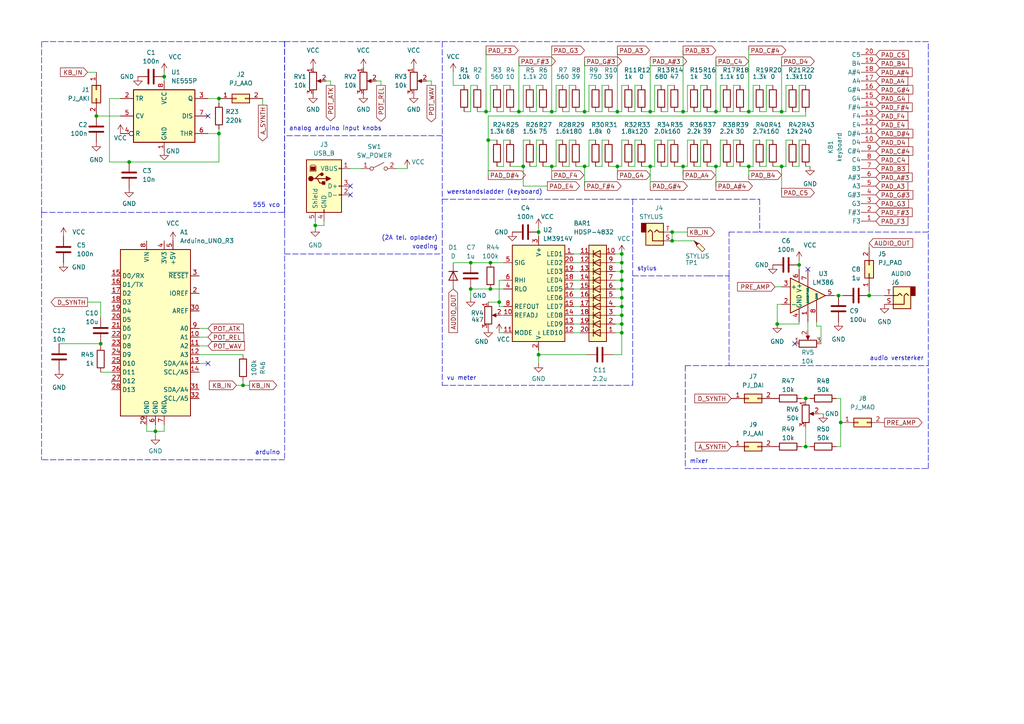
<source format=kicad_sch>
(kicad_sch (version 20211123) (generator eeschema)
  (paper "A4")
  (title_block (title "Stylofoon") (date "2022-02-21") (rev "1") (company "Loek Le Blansch"))
  (junction (at 169.545 48.26))
  (junction (at 151.765 48.26))
  (junction (at 217.17 32.385))
  (junction (at 194.945 69.85))
  (junction (at 217.17 48.26))
  (junction (at 180.34 88.9))
  (junction (at 233.68 115.57))
  (junction (at 70.485 111.76))
  (junction (at 180.34 86.36))
  (junction (at 45.085 125.095))
  (junction (at 156.21 67.31))
  (junction (at 169.545 32.385))
  (junction (at 150.495 32.385))
  (junction (at 63.5 28.575))
  (junction (at 136.525 83.82))
  (junction (at 144.78 87.63))
  (junction (at 207.645 32.385))
  (junction (at 194.945 67.31))
  (junction (at 233.68 129.54))
  (junction (at 180.34 76.2))
  (junction (at 37.465 46.99))
  (junction (at 188.595 32.385))
  (junction (at 207.645 48.26))
  (junction (at 160.02 32.385))
  (junction (at 140.97 32.385))
  (junction (at 180.34 73.66))
  (junction (at 142.24 76.2))
  (junction (at 180.34 93.98))
  (junction (at 91.44 65.405))
  (junction (at 179.07 32.385))
  (junction (at 180.34 81.28))
  (junction (at 180.34 78.74))
  (junction (at 136.525 76.2))
  (junction (at 226.695 48.26))
  (junction (at 141.605 40.64))
  (junction (at 188.595 48.26))
  (junction (at 27.94 33.655))
  (junction (at 180.34 96.52))
  (junction (at 156.21 102.87))
  (junction (at 198.12 32.385))
  (junction (at 180.34 91.44))
  (junction (at 226.695 32.385))
  (junction (at 142.24 83.82))
  (junction (at 231.775 76.835))
  (junction (at 243.84 122.555))
  (junction (at 243.205 85.725))
  (junction (at 63.5 38.735))
  (junction (at 47.625 22.225))
  (junction (at 29.21 99.695))
  (junction (at 180.34 83.82))
  (junction (at 160.02 48.26))
  (junction (at 198.12 48.26))
  (junction (at 252.095 85.725))
  (junction (at 225.425 93.98))
  (junction (at 179.07 48.26))
  (no_connect (at 234.315 78.105))
  (no_connect (at 101.6 56.515))
  (no_connect (at 230.505 99.695))
  (no_connect (at 60.325 105.41))
  (no_connect (at 101.6 53.975))
  (no_connect (at 60.325 33.655))
  (wire (pts (xy 31.75 28.575) (xy 34.925 28.575)))
  (wire (pts (xy 161.29 24.765) (xy 161.29 32.385)))
  (wire (pts (xy 151.765 24.765) (xy 151.765 32.385)))
  (wire (pts (xy 218.44 32.385) (xy 217.17 32.385)))
  (wire (pts (xy 193.675 40.64) (xy 193.675 48.26)))
  (wire (pts (xy 234.95 48.26) (xy 233.68 48.26)))
  (polyline (pts (xy 183.515 57.785) (xy 183.515 111.76)))
  (wire (pts (xy 180.34 83.82) (xy 178.435 83.82)))
  (wire (pts (xy 210.82 24.765) (xy 208.915 24.765)))
  (wire (pts (xy 214.63 24.765) (xy 212.725 24.765)))
  (wire (pts (xy 131.445 76.2) (xy 136.525 76.2)))
  (wire (pts (xy 63.5 29.845) (xy 63.5 28.575)))
  (wire (pts (xy 229.87 24.765) (xy 227.965 24.765)))
  (wire (pts (xy 184.15 24.765) (xy 184.15 32.385)))
  (wire (pts (xy 218.44 40.64) (xy 218.44 48.26)))
  (wire (pts (xy 180.34 24.765) (xy 180.34 32.385)))
  (wire (pts (xy 163.195 24.765) (xy 161.29 24.765)))
  (wire (pts (xy 180.34 78.74) (xy 180.34 81.28)))
  (wire (pts (xy 174.625 32.385) (xy 172.72 32.385)))
  (wire (pts (xy 226.695 32.385) (xy 224.155 32.385)))
  (wire (pts (xy 27.94 33.655) (xy 34.925 33.655)))
  (wire (pts (xy 186.055 48.26) (xy 188.595 48.26)))
  (wire (pts (xy 180.34 88.9) (xy 178.435 88.9)))
  (wire (pts (xy 182.245 40.64) (xy 180.34 40.64)))
  (wire (pts (xy 176.53 24.765) (xy 174.625 24.765)))
  (wire (pts (xy 176.53 32.385) (xy 179.07 32.385)))
  (wire (pts (xy 165.1 48.26) (xy 163.195 48.26)))
  (polyline (pts (xy 128.27 12.065) (xy 128.27 39.37)))
  (wire (pts (xy 210.82 40.64) (xy 208.915 40.64)))
  (wire (pts (xy 233.68 115.57) (xy 234.95 115.57)))
  (wire (pts (xy 205.105 40.64) (xy 203.2 40.64)))
  (wire (pts (xy 163.195 40.64) (xy 161.29 40.64)))
  (wire (pts (xy 188.595 48.26) (xy 189.865 48.26)))
  (polyline (pts (xy 211.455 106.045) (xy 269.24 106.045)))
  (polyline (pts (xy 128.27 67.31) (xy 128.27 111.76)))
  (wire (pts (xy 233.68 40.64) (xy 231.775 40.64)))
  (wire (pts (xy 169.545 17.78) (xy 169.545 32.385)))
  (polyline (pts (xy 269.24 106.045) (xy 269.24 67.31)))
  (wire (pts (xy 184.15 48.26) (xy 182.245 48.26)))
  (wire (pts (xy 199.39 67.31) (xy 194.945 67.31)))
  (wire (pts (xy 227.965 40.64) (xy 227.965 48.26)))
  (polyline (pts (xy 220.345 57.785) (xy 220.345 67.31)))
  (wire (pts (xy 47.625 125.095) (xy 45.085 125.095)))
  (wire (pts (xy 136.525 76.2) (xy 142.24 76.2)))
  (polyline (pts (xy 12.065 12.065) (xy 12.065 61.595)))
  (polyline (pts (xy 211.455 67.31) (xy 220.345 67.31)))
  (polyline (pts (xy 82.55 12.065) (xy 12.065 12.065)))
  (wire (pts (xy 45.085 125.095) (xy 45.085 126.365)))
  (wire (pts (xy 91.44 65.405) (xy 91.44 66.04)))
  (wire (pts (xy 180.34 76.2) (xy 178.435 76.2)))
  (wire (pts (xy 232.41 115.57) (xy 233.68 115.57)))
  (wire (pts (xy 180.34 78.74) (xy 178.435 78.74)))
  (wire (pts (xy 91.44 65.405) (xy 93.98 65.405)))
  (wire (pts (xy 237.49 120.015) (xy 238.76 120.015)))
  (wire (pts (xy 168.275 93.98) (xy 166.37 93.98)))
  (wire (pts (xy 179.07 48.26) (xy 179.07 50.8)))
  (wire (pts (xy 155.575 32.385) (xy 153.67 32.385)))
  (wire (pts (xy 174.625 40.64) (xy 174.625 48.26)))
  (wire (pts (xy 168.275 96.52) (xy 166.37 96.52)))
  (wire (pts (xy 231.775 76.835) (xy 231.775 78.105)))
  (polyline (pts (xy 82.55 61.595) (xy 82.55 12.065)))
  (wire (pts (xy 168.275 88.9) (xy 166.37 88.9)))
  (wire (pts (xy 186.055 24.765) (xy 184.15 24.765)))
  (wire (pts (xy 141.605 40.64) (xy 141.605 50.8)))
  (wire (pts (xy 198.12 32.385) (xy 195.58 32.385)))
  (wire (pts (xy 217.17 48.26) (xy 217.17 50.8)))
  (polyline (pts (xy 82.55 133.35) (xy 12.065 133.35)))
  (wire (pts (xy 136.525 24.765) (xy 136.525 32.385)))
  (wire (pts (xy 252.095 70.485) (xy 252.095 71.755)))
  (wire (pts (xy 226.695 88.265) (xy 225.425 88.265)))
  (polyline (pts (xy 205.74 80.01) (xy 211.455 80.01)))
  (wire (pts (xy 180.34 40.64) (xy 180.34 48.26)))
  (polyline (pts (xy 12.065 61.595) (xy 82.55 61.595)))
  (wire (pts (xy 168.275 86.36) (xy 166.37 86.36)))
  (wire (pts (xy 144.145 24.765) (xy 142.24 24.765)))
  (wire (pts (xy 142.24 32.385) (xy 140.97 32.385)))
  (wire (pts (xy 170.815 24.765) (xy 170.815 32.385)))
  (wire (pts (xy 225.425 88.265) (xy 225.425 93.98)))
  (wire (pts (xy 147.955 24.765) (xy 146.05 24.765)))
  (wire (pts (xy 194.945 67.31) (xy 194.945 69.85)))
  (wire (pts (xy 110.49 23.495) (xy 109.22 23.495)))
  (wire (pts (xy 227.965 24.765) (xy 227.965 32.385)))
  (wire (pts (xy 212.725 48.26) (xy 210.82 48.26)))
  (wire (pts (xy 151.765 48.26) (xy 151.765 53.975)))
  (wire (pts (xy 231.775 48.26) (xy 229.87 48.26)))
  (wire (pts (xy 95.885 23.495) (xy 95.885 24.765)))
  (wire (pts (xy 207.645 17.78) (xy 207.645 32.385)))
  (wire (pts (xy 195.58 48.26) (xy 198.12 48.26)))
  (wire (pts (xy 218.44 24.765) (xy 218.44 32.385)))
  (wire (pts (xy 180.34 76.2) (xy 180.34 78.74)))
  (wire (pts (xy 203.2 40.64) (xy 203.2 48.26)))
  (wire (pts (xy 168.275 83.82) (xy 166.37 83.82)))
  (wire (pts (xy 47.625 22.225) (xy 47.625 23.495)))
  (polyline (pts (xy 183.515 80.01) (xy 205.74 80.01)))
  (wire (pts (xy 198.12 14.605) (xy 198.12 32.385)))
  (wire (pts (xy 160.02 32.385) (xy 157.48 32.385)))
  (wire (pts (xy 186.055 40.64) (xy 184.15 40.64)))
  (wire (pts (xy 222.25 24.765) (xy 222.25 32.385)))
  (wire (pts (xy 60.325 28.575) (xy 63.5 28.575)))
  (wire (pts (xy 142.24 83.82) (xy 146.05 83.82)))
  (wire (pts (xy 208.915 40.64) (xy 208.915 48.26)))
  (polyline (pts (xy 269.24 57.785) (xy 269.24 12.065)))
  (wire (pts (xy 165.1 40.64) (xy 165.1 48.26)))
  (wire (pts (xy 207.645 32.385) (xy 205.105 32.385)))
  (wire (pts (xy 203.2 24.765) (xy 203.2 32.385)))
  (wire (pts (xy 177.8 102.87) (xy 180.34 102.87)))
  (wire (pts (xy 168.275 91.44) (xy 166.37 91.44)))
  (wire (pts (xy 32.385 111.125) (xy 32.385 110.49)))
  (wire (pts (xy 201.295 24.765) (xy 199.39 24.765)))
  (wire (pts (xy 180.34 86.36) (xy 178.435 86.36)))
  (wire (pts (xy 104.775 48.895) (xy 101.6 48.895)))
  (wire (pts (xy 131.445 20.955) (xy 131.445 24.765)))
  (polyline (pts (xy 128.27 39.37) (xy 82.55 39.37)))
  (wire (pts (xy 156.21 66.04) (xy 156.21 67.31)))
  (wire (pts (xy 93.98 65.405) (xy 93.98 64.135)))
  (wire (pts (xy 241.935 85.725) (xy 243.205 85.725)))
  (wire (pts (xy 174.625 24.765) (xy 174.625 32.385)))
  (wire (pts (xy 42.545 125.095) (xy 42.545 123.19)))
  (wire (pts (xy 160.02 48.26) (xy 160.02 50.8)))
  (wire (pts (xy 180.34 91.44) (xy 180.34 93.98)))
  (wire (pts (xy 224.79 83.185) (xy 226.695 83.185)))
  (wire (pts (xy 167.005 48.26) (xy 169.545 48.26)))
  (wire (pts (xy 191.77 40.64) (xy 189.865 40.64)))
  (wire (pts (xy 172.72 40.64) (xy 170.815 40.64)))
  (wire (pts (xy 144.78 96.52) (xy 146.05 96.52)))
  (wire (pts (xy 45.085 125.095) (xy 42.545 125.095)))
  (wire (pts (xy 180.34 81.28) (xy 180.34 83.82)))
  (wire (pts (xy 153.67 24.765) (xy 151.765 24.765)))
  (wire (pts (xy 141.605 40.64) (xy 144.145 40.64)))
  (wire (pts (xy 29.21 87.63) (xy 29.21 92.075)))
  (wire (pts (xy 233.68 24.765) (xy 231.775 24.765)))
  (wire (pts (xy 212.725 40.64) (xy 212.725 48.26)))
  (wire (pts (xy 153.67 40.64) (xy 151.765 40.64)))
  (wire (pts (xy 165.1 32.385) (xy 163.195 32.385)))
  (wire (pts (xy 29.21 99.695) (xy 29.21 100.33)))
  (polyline (pts (xy 82.55 61.595) (xy 82.55 67.31)))
  (wire (pts (xy 151.765 40.64) (xy 151.765 48.26)))
  (wire (pts (xy 189.865 24.765) (xy 189.865 32.385)))
  (wire (pts (xy 195.58 24.765) (xy 193.675 24.765)))
  (wire (pts (xy 176.53 48.26) (xy 179.07 48.26)))
  (wire (pts (xy 141.605 33.655) (xy 233.68 33.655)))
  (polyline (pts (xy 198.755 135.89) (xy 269.24 135.89)))
  (wire (pts (xy 169.545 48.26) (xy 170.815 48.26)))
  (wire (pts (xy 184.15 40.64) (xy 184.15 48.26)))
  (wire (pts (xy 60.325 100.33) (xy 57.785 100.33)))
  (wire (pts (xy 180.34 83.82) (xy 180.34 86.36)))
  (wire (pts (xy 212.725 24.765) (xy 212.725 32.385)))
  (wire (pts (xy 70.485 111.76) (xy 70.485 110.49)))
  (wire (pts (xy 170.815 40.64) (xy 170.815 48.26)))
  (wire (pts (xy 155.575 40.64) (xy 155.575 48.26)))
  (wire (pts (xy 63.5 38.735) (xy 60.325 38.735)))
  (wire (pts (xy 160.02 14.605) (xy 160.02 32.385)))
  (wire (pts (xy 205.105 24.765) (xy 203.2 24.765)))
  (polyline (pts (xy 198.755 106.045) (xy 198.755 135.89)))
  (wire (pts (xy 60.325 97.79) (xy 57.785 97.79)))
  (wire (pts (xy 68.58 111.76) (xy 70.485 111.76)))
  (wire (pts (xy 243.84 129.54) (xy 242.57 129.54)))
  (wire (pts (xy 118.11 48.895) (xy 114.935 48.895)))
  (polyline (pts (xy 269.24 135.89) (xy 269.24 106.045)))
  (wire (pts (xy 207.645 48.26) (xy 207.645 53.975)))
  (wire (pts (xy 243.205 85.725) (xy 244.475 85.725)))
  (wire (pts (xy 147.955 48.26) (xy 151.765 48.26)))
  (wire (pts (xy 125.095 23.495) (xy 125.095 24.765)))
  (wire (pts (xy 180.34 81.28) (xy 178.435 81.28)))
  (wire (pts (xy 180.34 73.66) (xy 178.435 73.66)))
  (polyline (pts (xy 211.455 80.01) (xy 211.455 106.045)))
  (wire (pts (xy 47.625 20.955) (xy 47.625 22.225)))
  (polyline (pts (xy 128.27 57.785) (xy 220.345 57.785)))
  (wire (pts (xy 217.17 14.605) (xy 217.17 32.385)))
  (wire (pts (xy 191.77 24.765) (xy 189.865 24.765)))
  (polyline (pts (xy 128.27 111.76) (xy 183.515 111.76)))
  (polyline (pts (xy 211.455 80.01) (xy 211.455 67.31)))
  (wire (pts (xy 168.275 81.28) (xy 166.37 81.28)))
  (wire (pts (xy 141.605 33.655) (xy 141.605 40.64)))
  (wire (pts (xy 227.965 32.385) (xy 226.695 32.385)))
  (polyline (pts (xy 128.27 39.37) (xy 128.27 67.31)))
  (wire (pts (xy 156.21 102.87) (xy 156.21 105.41)))
  (wire (pts (xy 238.125 99.695) (xy 238.125 94.615)))
  (wire (pts (xy 234.315 95.885) (xy 234.315 93.345)))
  (wire (pts (xy 168.275 73.66) (xy 166.37 73.66)))
  (wire (pts (xy 231.775 40.64) (xy 231.775 48.26)))
  (wire (pts (xy 146.05 32.385) (xy 144.145 32.385)))
  (wire (pts (xy 63.5 38.735) (xy 63.5 46.99)))
  (wire (pts (xy 63.5 37.465) (xy 63.5 38.735)))
  (wire (pts (xy 222.25 40.64) (xy 222.25 48.26)))
  (wire (pts (xy 25.4 20.955) (xy 27.94 20.955)))
  (wire (pts (xy 150.495 32.385) (xy 147.955 32.385)))
  (wire (pts (xy 199.39 32.385) (xy 198.12 32.385)))
  (wire (pts (xy 214.63 32.385) (xy 217.17 32.385)))
  (wire (pts (xy 188.595 17.78) (xy 188.595 32.385)))
  (wire (pts (xy 179.07 48.26) (xy 180.34 48.26)))
  (wire (pts (xy 157.48 40.64) (xy 155.575 40.64)))
  (wire (pts (xy 146.05 48.26) (xy 144.145 48.26)))
  (wire (pts (xy 161.29 32.385) (xy 160.02 32.385)))
  (wire (pts (xy 224.155 40.64) (xy 222.25 40.64)))
  (wire (pts (xy 138.43 24.765) (xy 136.525 24.765)))
  (polyline (pts (xy 82.55 12.065) (xy 128.27 12.065)))
  (wire (pts (xy 180.34 93.98) (xy 178.435 93.98)))
  (wire (pts (xy 224.155 24.765) (xy 222.25 24.765)))
  (wire (pts (xy 136.525 83.82) (xy 136.525 86.36)))
  (wire (pts (xy 188.595 32.385) (xy 186.055 32.385)))
  (wire (pts (xy 174.625 48.26) (xy 172.72 48.26)))
  (wire (pts (xy 165.1 24.765) (xy 165.1 32.385)))
  (wire (pts (xy 123.825 23.495) (xy 125.095 23.495)))
  (wire (pts (xy 170.18 102.87) (xy 156.21 102.87)))
  (wire (pts (xy 76.2 28.575) (xy 76.2 30.48)))
  (wire (pts (xy 198.12 48.26) (xy 198.12 50.8)))
  (wire (pts (xy 203.2 32.385) (xy 201.295 32.385)))
  (wire (pts (xy 142.24 76.2) (xy 146.05 76.2)))
  (wire (pts (xy 147.955 40.64) (xy 146.05 40.64)))
  (wire (pts (xy 199.39 24.765) (xy 199.39 32.385)))
  (polyline (pts (xy 269.24 12.065) (xy 128.27 12.065)))
  (wire (pts (xy 233.68 115.57) (xy 233.68 116.205)))
  (wire (pts (xy 212.725 32.385) (xy 210.82 32.385)))
  (wire (pts (xy 203.2 48.26) (xy 201.295 48.26)))
  (wire (pts (xy 199.39 40.64) (xy 199.39 48.26)))
  (wire (pts (xy 150.495 17.78) (xy 150.495 32.385)))
  (wire (pts (xy 31.75 46.99) (xy 37.465 46.99)))
  (wire (pts (xy 155.575 24.765) (xy 155.575 32.385)))
  (wire (pts (xy 168.275 78.74) (xy 166.37 78.74)))
  (wire (pts (xy 151.765 53.975) (xy 158.75 53.975)))
  (wire (pts (xy 151.765 32.385) (xy 150.495 32.385)))
  (wire (pts (xy 205.105 48.26) (xy 207.645 48.26)))
  (wire (pts (xy 37.465 46.99) (xy 63.5 46.99)))
  (wire (pts (xy 157.48 48.26) (xy 160.02 48.26)))
  (wire (pts (xy 180.34 91.44) (xy 178.435 91.44)))
  (wire (pts (xy 180.34 32.385) (xy 179.07 32.385)))
  (wire (pts (xy 226.695 48.26) (xy 226.695 55.88)))
  (wire (pts (xy 156.21 101.6) (xy 156.21 102.87)))
  (polyline (pts (xy 82.55 67.31) (xy 82.55 133.35)))
  (wire (pts (xy 170.815 32.385) (xy 169.545 32.385)))
  (wire (pts (xy 189.865 40.64) (xy 189.865 48.26)))
  (wire (pts (xy 70.485 111.76) (xy 72.39 111.76)))
  (wire (pts (xy 193.675 24.765) (xy 193.675 32.385)))
  (wire (pts (xy 141.605 87.63) (xy 144.78 87.63)))
  (wire (pts (xy 167.005 40.64) (xy 165.1 40.64)))
  (wire (pts (xy 220.345 40.64) (xy 218.44 40.64)))
  (wire (pts (xy 208.915 32.385) (xy 207.645 32.385)))
  (wire (pts (xy 47.625 123.19) (xy 47.625 125.095)))
  (wire (pts (xy 233.68 129.54) (xy 232.41 129.54)))
  (wire (pts (xy 146.05 40.64) (xy 146.05 48.26)))
  (wire (pts (xy 168.275 76.2) (xy 166.37 76.2)))
  (wire (pts (xy 131.445 24.765) (xy 134.62 24.765)))
  (wire (pts (xy 180.34 96.52) (xy 178.435 96.52)))
  (wire (pts (xy 180.34 88.9) (xy 180.34 91.44)))
  (wire (pts (xy 193.675 48.26) (xy 191.77 48.26)))
  (wire (pts (xy 142.24 24.765) (xy 142.24 32.385)))
  (polyline (pts (xy 198.755 106.045) (xy 211.455 106.045)))
  (wire (pts (xy 91.44 64.135) (xy 91.44 65.405)))
  (wire (pts (xy 201.295 40.64) (xy 199.39 40.64)))
  (wire (pts (xy 242.57 115.57) (xy 243.84 115.57)))
  (wire (pts (xy 231.775 24.765) (xy 231.775 32.385)))
  (wire (pts (xy 180.34 93.98) (xy 180.34 96.52)))
  (wire (pts (xy 222.25 32.385) (xy 220.345 32.385)))
  (wire (pts (xy 184.15 32.385) (xy 182.245 32.385)))
  (wire (pts (xy 167.005 24.765) (xy 165.1 24.765)))
  (wire (pts (xy 176.53 40.64) (xy 174.625 40.64)))
  (wire (pts (xy 194.945 69.85) (xy 201.295 69.85)))
  (wire (pts (xy 157.48 24.765) (xy 155.575 24.765)))
  (wire (pts (xy 110.49 24.765) (xy 110.49 23.495)))
  (wire (pts (xy 155.575 48.26) (xy 153.67 48.26)))
  (wire (pts (xy 169.545 32.385) (xy 167.005 32.385)))
  (polyline (pts (xy 269.24 67.31) (xy 220.345 67.31)))
  (wire (pts (xy 31.75 28.575) (xy 31.75 46.99)))
  (wire (pts (xy 188.595 48.26) (xy 188.595 53.975)))
  (wire (pts (xy 225.425 93.98) (xy 231.775 93.98)))
  (wire (pts (xy 238.125 94.615) (xy 236.855 94.615)))
  (wire (pts (xy 57.785 105.41) (xy 60.325 105.41)))
  (wire (pts (xy 140.97 32.385) (xy 138.43 32.385)))
  (wire (pts (xy 233.68 123.825) (xy 233.68 129.54)))
  (wire (pts (xy 198.12 48.26) (xy 199.39 48.26)))
  (wire (pts (xy 136.525 83.82) (xy 142.24 83.82)))
  (wire (pts (xy 231.775 93.98) (xy 231.775 93.345)))
  (wire (pts (xy 214.63 48.26) (xy 217.17 48.26)))
  (wire (pts (xy 144.78 87.63) (xy 144.78 88.9)))
  (wire (pts (xy 146.05 81.28) (xy 144.78 81.28)))
  (wire (pts (xy 252.095 85.725) (xy 256.54 85.725)))
  (polyline (pts (xy 82.55 73.66) (xy 128.27 73.66)))
  (polyline (pts (xy 269.24 57.785) (xy 269.24 67.31)))
  (wire (pts (xy 208.915 24.765) (xy 208.915 32.385)))
  (wire (pts (xy 214.63 40.64) (xy 212.725 40.64)))
  (wire (pts (xy 233.68 129.54) (xy 234.95 129.54)))
  (wire (pts (xy 243.84 115.57) (xy 243.84 122.555)))
  (wire (pts (xy 231.775 75.565) (xy 231.775 76.835)))
  (wire (pts (xy 243.84 122.555) (xy 243.84 129.54)))
  (wire (pts (xy 226.695 48.26) (xy 227.965 48.26)))
  (wire (pts (xy 144.78 81.28) (xy 144.78 87.63)))
  (wire (pts (xy 29.21 107.95) (xy 32.385 107.95)))
  (wire (pts (xy 236.855 94.615) (xy 236.855 93.345)))
  (wire (pts (xy 169.545 48.26) (xy 169.545 53.975)))
  (wire (pts (xy 195.58 40.64) (xy 193.675 40.64)))
  (wire (pts (xy 160.02 48.26) (xy 161.29 48.26)))
  (wire (pts (xy 193.675 32.385) (xy 191.77 32.385)))
  (wire (pts (xy 180.34 73.66) (xy 180.34 76.2)))
  (wire (pts (xy 226.695 17.78) (xy 226.695 32.385)))
  (wire (pts (xy 224.155 48.26) (xy 226.695 48.26)))
  (wire (pts (xy 189.865 32.385) (xy 188.595 32.385)))
  (wire (pts (xy 57.785 102.87) (xy 70.485 102.87)))
  (wire (pts (xy 17.145 99.695) (xy 29.21 99.695)))
  (wire (pts (xy 207.645 48.26) (xy 208.915 48.26)))
  (wire (pts (xy 182.245 24.765) (xy 180.34 24.765)))
  (wire (pts (xy 45.085 123.19) (xy 45.085 125.095)))
  (wire (pts (xy 180.34 96.52) (xy 180.34 102.87)))
  (wire (pts (xy 252.095 84.455) (xy 252.095 85.725)))
  (wire (pts (xy 156.21 67.31) (xy 156.21 68.58)))
  (wire (pts (xy 180.34 86.36) (xy 180.34 88.9)))
  (wire (pts (xy 136.525 32.385) (xy 134.62 32.385)))
  (polyline (pts (xy 12.065 61.595) (xy 12.065 133.35)))
  (wire (pts (xy 231.775 32.385) (xy 229.87 32.385)))
  (wire (pts (xy 145.415 91.44) (xy 146.05 91.44)))
  (wire (pts (xy 220.345 24.765) (xy 218.44 24.765)))
  (wire (pts (xy 179.07 14.605) (xy 179.07 32.385)))
  (wire (pts (xy 161.29 40.64) (xy 161.29 48.26)))
  (wire (pts (xy 172.72 24.765) (xy 170.815 24.765)))
  (polyline (pts (xy 82.55 61.595) (xy 82.55 12.065)))
  (wire (pts (xy 233.68 32.385) (xy 233.68 33.655)))
  (wire (pts (xy 94.615 23.495) (xy 95.885 23.495)))
  (wire (pts (xy 25.4 87.63) (xy 29.21 87.63)))
  (wire (pts (xy 222.25 48.26) (xy 220.345 48.26)))
  (wire (pts (xy 229.87 40.64) (xy 227.965 40.64)))
  (wire (pts (xy 217.17 48.26) (xy 218.44 48.26)))
  (wire (pts (xy 144.78 88.9) (xy 146.05 88.9)))
  (wire (pts (xy 146.05 24.765) (xy 146.05 32.385)))
  (wire (pts (xy 60.325 95.25) (xy 57.785 95.25)))
  (wire (pts (xy 140.97 14.605) (xy 140.97 32.385)))
  (text "arduino" (at 81.28 132.08 180) (effects (font (size 1.27 1.27)) (justify right bottom)))
  (text "555 vco" (at 81.28 60.325 180) (effects (font (size 1.27 1.27)) (justify right bottom)))
  (text "analog arduino input knobs" (at 83.82 38.1 0) (effects (font (size 1.27 1.27)) (justify left bottom)))
  (text "vu meter" (at 129.54 110.49 0) (effects (font (size 1.27 1.27)) (justify left bottom)))
  (text "audio versterker" (at 267.97 104.775 180) (effects (font (size 1.27 1.27)) (justify right bottom)))
  (text "voeding" (at 127 72.39 180) (effects (font (size 1.27 1.27)) (justify right bottom)))
  (text "mixer\n" (at 200.025 134.62 0) (effects (font (size 1.27 1.27)) (justify left bottom)))
  (text "(2A tel. oplader)" (at 127 69.85 180) (effects (font (size 1.27 1.27)) (justify right bottom)))
  (text "stylus" (at 184.785 78.74 0) (effects (font (size 1.27 1.27)) (justify left bottom)))
  (text "weerstandsladder (keyboard)" (at 129.54 56.515 0) (effects (font (size 1.27 1.27)) (justify left bottom)))
  (global_label "PAD_F#3" (shape output) (at 150.495 17.78 0) (property "Intersheet References" "${INTERSHEET_REFS}" (effects hide)))
  (global_label "POT_ATK" (shape output) (at 95.885 24.765 270) (property "Intersheet References" "${INTERSHEET_REFS}" (effects hide)))
  (global_label "POT_REL" (shape input) (at 60.325 97.79 0) (property "Intersheet References" "${INTERSHEET_REFS}" (effects hide)))
  (global_label "PAD_A3" (shape input) (at 254 53.975 0) (property "Intersheet References" "${INTERSHEET_REFS}" (effects hide)))
  (global_label "A_SYNTH" (shape output) (at 76.2 30.48 270) (property "Intersheet References" "${INTERSHEET_REFS}" (effects hide)))
  (global_label "PAD_A#4" (shape output) (at 207.645 53.975 0) (property "Intersheet References" "${INTERSHEET_REFS}" (effects hide)))
  (global_label "PAD_G3" (shape input) (at 254 59.055 0) (property "Intersheet References" "${INTERSHEET_REFS}" (effects hide)))
  (global_label "PAD_G#3" (shape output) (at 169.545 17.78 0) (property "Intersheet References" "${INTERSHEET_REFS}" (effects hide)))
  (global_label "AUDIO_OUT" (shape input) (at 131.445 83.82 270) (property "Intersheet References" "${INTERSHEET_REFS}" (effects hide)))
  (global_label "PRE_AMP" (shape input) (at 224.79 83.185 180) (property "Intersheet References" "${INTERSHEET_REFS}" (effects hide)))
  (global_label "PAD_B4" (shape output) (at 217.17 50.8 0) (property "Intersheet References" "${INTERSHEET_REFS}" (effects hide)))
  (global_label "PAD_C5" (shape input) (at 254 15.875 0) (property "Intersheet References" "${INTERSHEET_REFS}" (effects hide)))
  (global_label "PAD_A#3" (shape input) (at 254 51.435 0) (property "Intersheet References" "${INTERSHEET_REFS}" (effects hide)))
  (global_label "KB_IN" (shape output) (at 72.39 111.76 0) (property "Intersheet References" "${INTERSHEET_REFS}" (effects hide)))
  (global_label "PAD_A3" (shape output) (at 179.07 14.605 0) (property "Intersheet References" "${INTERSHEET_REFS}" (effects hide)))
  (global_label "POT_ATK" (shape input) (at 60.325 95.25 0) (property "Intersheet References" "${INTERSHEET_REFS}" (effects hide)))
  (global_label "PAD_C#4" (shape output) (at 217.17 14.605 0) (property "Intersheet References" "${INTERSHEET_REFS}" (effects hide)))
  (global_label "AUDIO_OUT" (shape input) (at 252.095 70.485 0) (property "Intersheet References" "${INTERSHEET_REFS}" (effects hide)))
  (global_label "PAD_G#4" (shape input) (at 254 26.035 0) (property "Intersheet References" "${INTERSHEET_REFS}" (effects hide)))
  (global_label "PAD_A#3" (shape output) (at 188.595 17.78 0) (property "Intersheet References" "${INTERSHEET_REFS}" (effects hide)))
  (global_label "PAD_D4" (shape input) (at 254 41.275 0) (property "Intersheet References" "${INTERSHEET_REFS}" (effects hide)))
  (global_label "A_SYNTH" (shape input) (at 212.09 129.54 180) (property "Intersheet References" "${INTERSHEET_REFS}" (effects hide)))
  (global_label "PAD_B3" (shape input) (at 254 48.895 0) (property "Intersheet References" "${INTERSHEET_REFS}" (effects hide)))
  (global_label "PAD_D#4" (shape output) (at 141.605 50.8 0) (property "Intersheet References" "${INTERSHEET_REFS}" (effects hide)))
  (global_label "PAD_F#4" (shape input) (at 254 31.115 0) (property "Intersheet References" "${INTERSHEET_REFS}" (effects hide)))
  (global_label "PRE_AMP" (shape output) (at 256.54 122.555 0) (property "Intersheet References" "${INTERSHEET_REFS}" (effects hide)))
  (global_label "PAD_G#3" (shape input) (at 254 56.515 0) (property "Intersheet References" "${INTERSHEET_REFS}" (effects hide)))
  (global_label "PAD_G#4" (shape output) (at 188.595 53.975 0) (property "Intersheet References" "${INTERSHEET_REFS}" (effects hide)))
  (global_label "PAD_A#4" (shape input) (at 254 20.955 0) (property "Intersheet References" "${INTERSHEET_REFS}" (effects hide)))
  (global_label "KB_IN" (shape input) (at 68.58 111.76 180) (property "Intersheet References" "${INTERSHEET_REFS}" (effects hide)))
  (global_label "PAD_G4" (shape output) (at 179.07 50.8 0) (property "Intersheet References" "${INTERSHEET_REFS}" (effects hide)))
  (global_label "PAD_F4" (shape input) (at 254 33.655 0) (property "Intersheet References" "${INTERSHEET_REFS}" (effects hide)))
  (global_label "PAD_D#4" (shape input) (at 254 38.735 0) (property "Intersheet References" "${INTERSHEET_REFS}" (effects hide)))
  (global_label "POT_WAV" (shape input) (at 60.325 100.33 0) (property "Intersheet References" "${INTERSHEET_REFS}" (effects hide)))
  (global_label "KB_IN" (shape input) (at 25.4 20.955 180) (property "Intersheet References" "${INTERSHEET_REFS}" (effects hide)))
  (global_label "PAD_C4" (shape input) (at 254 46.355 0) (property "Intersheet References" "${INTERSHEET_REFS}" (effects hide)))
  (global_label "PAD_F#4" (shape output) (at 169.545 53.975 0) (property "Intersheet References" "${INTERSHEET_REFS}" (effects hide)))
  (global_label "PAD_F#3" (shape input) (at 254 61.595 0) (property "Intersheet References" "${INTERSHEET_REFS}" (effects hide)))
  (global_label "PAD_B4" (shape input) (at 254 18.415 0) (property "Intersheet References" "${INTERSHEET_REFS}" (effects hide)))
  (global_label "D_SYNTH" (shape output) (at 25.4 87.63 180) (property "Intersheet References" "${INTERSHEET_REFS}" (effects hide)))
  (global_label "KB_IN" (shape output) (at 199.39 67.31 0) (property "Intersheet References" "${INTERSHEET_REFS}" (effects hide)))
  (global_label "PAD_G3" (shape output) (at 160.02 14.605 0) (property "Intersheet References" "${INTERSHEET_REFS}" (effects hide)))
  (global_label "PAD_E4" (shape output) (at 158.75 53.975 0) (property "Intersheet References" "${INTERSHEET_REFS}" (effects hide)))
  (global_label "POT_WAV" (shape output) (at 125.095 24.765 270) (property "Intersheet References" "${INTERSHEET_REFS}" (effects hide)))
  (global_label "PAD_D4" (shape output) (at 226.695 17.78 0) (property "Intersheet References" "${INTERSHEET_REFS}" (effects hide)))
  (global_label "PAD_A4" (shape output) (at 198.12 50.8 0) (property "Intersheet References" "${INTERSHEET_REFS}" (effects hide)))
  (global_label "PAD_C#4" (shape input) (at 254 43.815 0) (property "Intersheet References" "${INTERSHEET_REFS}" (effects hide)))
  (global_label "PAD_B3" (shape output) (at 198.12 14.605 0) (property "Intersheet References" "${INTERSHEET_REFS}" (effects hide)))
  (global_label "D_SYNTH" (shape input) (at 212.09 115.57 180) (property "Intersheet References" "${INTERSHEET_REFS}" (effects hide)))
  (global_label "PAD_F3" (shape output) (at 140.97 14.605 0) (property "Intersheet References" "${INTERSHEET_REFS}" (effects hide)))
  (global_label "PAD_G4" (shape input) (at 254 28.575 0) (property "Intersheet References" "${INTERSHEET_REFS}" (effects hide)))
  (global_label "PAD_C4" (shape output) (at 207.645 17.78 0) (property "Intersheet References" "${INTERSHEET_REFS}" (effects hide)))
  (global_label "PAD_F3" (shape input) (at 254 64.135 0) (property "Intersheet References" "${INTERSHEET_REFS}" (effects hide)))
  (global_label "PAD_E4" (shape input) (at 254 36.195 0) (property "Intersheet References" "${INTERSHEET_REFS}" (effects hide)))
  (global_label "POT_REL" (shape output) (at 110.49 24.765 270) (property "Intersheet References" "${INTERSHEET_REFS}" (effects hide)))
  (global_label "PAD_A4" (shape input) (at 254 23.495 0) (property "Intersheet References" "${INTERSHEET_REFS}" (effects hide)))
  (global_label "PAD_C5" (shape output) (at 226.695 55.88 0) (property "Intersheet References" "${INTERSHEET_REFS}" (effects hide)))
  (global_label "PAD_F4" (shape output) (at 160.02 50.8 0) (property "Intersheet References" "${INTERSHEET_REFS}" (effects hide)))
  (symbol (lib_id "Device:C") (at 43.815 22.225 90) (unit 1)
    (property "Reference" "C1" (at 43.815 15.24 90))
    (property "Value" "100n" (at 43.815 17.78 90))
    (property "Footprint" "Capacitor_THT:C_Disc_D3.0mm_W1.6mm_P2.50mm" (effects hide))
  )
  (symbol (lib_id "Device:R") (at 144.145 44.45 0) (unit 1)
    (property "Reference" "R24" (at 142.875 36.195 0) (effects (justify left)))
    (property "Value" "1.3k" (at 144.145 38.1 0))
    (property "Footprint" "Resistor_THT:R_Axial_DIN0207_L6.3mm_D2.5mm_P10.16mm_Horizontal" (effects hide))
  )
  (symbol (lib_id "power:VCC") (at 180.34 73.66 0) (unit 1)
    (property "Reference" "#PWR021" (effects hide))
    (property "Value" "VCC" (at 180.975 69.215 0))
  )
  (symbol (lib_id "power:GND") (at 225.425 93.98 0) (unit 1)
    (property "Reference" "#PWR028" (effects hide))
    (property "Value" "GND" (at 225.425 99.06 0))
  )
  (symbol (lib_id "power:GND") (at 156.21 105.41 0) (unit 1)
    (property "Reference" "#PWR031" (effects hide))
    (property "Value" "GND" (at 156.21 109.855 0))
  )
  (symbol (lib_id "Device:C") (at 17.145 103.505 0) (unit 1)
    (property "Reference" "C12" (at 17.145 95.885 0))
    (property "Value" "10n" (at 17.145 98.425 0))
    (property "Footprint" "Capacitor_THT:C_Disc_D3.0mm_W1.6mm_P2.50mm" (effects hide))
  )
  (symbol (lib_id "Device:R") (at 153.67 44.45 0) (unit 1)
    (property "Reference" "R26" (at 152.4 36.195 0) (effects (justify left)))
    (property "Value" "1.5k" (at 153.67 38.1 0))
    (property "Footprint" "Resistor_THT:R_Axial_DIN0207_L6.3mm_D2.5mm_P10.16mm_Horizontal" (effects hide))
  )
  (symbol (lib_id "power:VCC") (at 144.78 96.52 0) (unit 1)
    (property "Reference" "#PWR030" (effects hide))
    (property "Value" "VCC" (at 146.05 98.425 0))
  )
  (symbol (lib_id "power:GND") (at 27.94 41.275 0) (unit 1)
    (property "Reference" "#PWR011" (effects hide))
    (property "Value" "GND" (at 27.94 46.355 0))
  )
  (symbol (lib_id "Device:C") (at 29.21 95.885 0) (unit 1)
    (property "Reference" "C10" (at 28.575 90.805 0) (effects (justify right)))
    (property "Value" "10u" (at 28.575 93.345 0) (effects (justify right)))
    (property "Footprint" "Capacitor_THT:CP_Radial_D10.0mm_P2.50mm" (effects hide))
  )
  (symbol (lib_id "Device:R") (at 153.67 28.575 0) (unit 1)
    (property "Reference" "R5" (at 152.4 20.32 0) (effects (justify left)))
    (property "Value" "1.1k" (at 153.67 22.225 0))
    (property "Footprint" "Resistor_THT:R_Axial_DIN0207_L6.3mm_D2.5mm_P10.16mm_Horizontal" (effects hide))
  )
  (symbol (lib_id "Connector_Generic:Conn_02x01") (at 252.095 79.375 90) (unit 1)
    (property "Reference" "J5" (at 254.635 73.66 90) (effects (justify right)))
    (property "Value" "PJ_PAO" (at 254.635 76.2 90) (effects (justify right)))
    (property "Footprint" "Connector_PinHeader_2.54mm:PinHeader_1x02_P2.54mm_Vertical" (effects hide))
  )
  (symbol (lib_id "Device:R") (at 167.005 44.45 0) (unit 1)
    (property "Reference" "R29" (at 165.735 36.195 0) (effects (justify left)))
    (property "Value" "180" (at 167.005 38.1 0))
    (property "Footprint" "Resistor_THT:R_Axial_DIN0207_L6.3mm_D2.5mm_P10.16mm_Horizontal" (effects hide))
  )
  (symbol (lib_id "MCU_Module:Arduino_UNO_R3") (at 45.085 95.25 0) (unit 1)
    (property "Reference" "A1" (at 52.1844 67.31 0) (effects (justify left)))
    (property "Value" "Arduino_UNO_R3" (at 52.1844 69.85 0) (effects (justify left)))
    (property "Footprint" "Module:Arduino_UNO_R3" (effects hide))
    (property "Datasheet" "https://www.arduino.cc/en/Main/arduinoBoardUno" (effects hide))
  )
  (symbol (lib_id "power:GND") (at 105.41 27.305 0) (unit 1)
    (property "Reference" "#PWR08" (effects hide))
    (property "Value" "GND" (at 105.41 31.75 0))
  )
  (symbol (lib_id "Connector:AudioJack2") (at 261.62 85.725 180) (unit 1)
    (property "Reference" "J6" (at 258.445 81.915 0) (effects (justify right)))
    (property "Value" "AUDIO" (at 258.445 79.375 0) (effects (justify right)))
    (property "Footprint" "Connector_Audio:Jack_3.5mm_Ledino_KB3SPRS_Horizontal" (effects hide))
  )
  (symbol (lib_id "Device:R_Potentiometer") (at 234.315 99.695 90) (unit 1)
    (property "Reference" "RV5" (at 232.41 102.235 90) (effects (justify right)))
    (property "Value" "10k" (at 232.41 104.775 90) (effects (justify right)))
    (property "Footprint" "keyboard:potm" (effects hide))
  )
  (symbol (lib_id "Device:R") (at 172.72 28.575 0) (unit 1)
    (property "Reference" "R9" (at 170.815 20.32 0) (effects (justify left)))
    (property "Value" "750" (at 172.72 22.225 0))
    (property "Footprint" "Resistor_THT:R_Axial_DIN0207_L6.3mm_D2.5mm_P10.16mm_Horizontal" (effects hide))
  )
  (symbol (lib_id "Device:R") (at 233.68 44.45 0) (unit 1)
    (property "Reference" "R43" (at 232.41 36.195 0) (effects (justify left)))
    (property "Value" "240" (at 233.68 38.1 0))
    (property "Footprint" "Resistor_THT:R_Axial_DIN0207_L6.3mm_D2.5mm_P10.16mm_Horizontal" (effects hide))
  )
  (symbol (lib_id "Device:R") (at 182.245 44.45 0) (unit 1)
    (property "Reference" "R32" (at 180.975 36.195 0) (effects (justify left)))
    (property "Value" "1.8k" (at 182.245 38.1 0))
    (property "Footprint" "Resistor_THT:R_Axial_DIN0207_L6.3mm_D2.5mm_P10.16mm_Horizontal" (effects hide))
  )
  (symbol (lib_id "Device:R") (at 205.105 44.45 0) (unit 1)
    (property "Reference" "R37" (at 203.835 36.195 0) (effects (justify left)))
    (property "Value" "39" (at 205.105 38.1 0))
    (property "Footprint" "Resistor_THT:R_Axial_DIN0207_L6.3mm_D2.5mm_P10.16mm_Horizontal" (effects hide))
  )
  (symbol (lib_id "Connector:TestPoint_Probe") (at 201.295 69.85 270) (unit 1) (on_board no)
    (property "Reference" "TP1" (at 198.755 76.2 90) (effects (justify left)))
    (property "Value" "STYLUS" (at 198.755 74.295 90) (effects (justify left)))
  )
  (symbol (lib_id "power:VCC") (at 156.21 66.04 0) (unit 1)
    (property "Reference" "#PWR017" (effects hide))
    (property "Value" "VCC" (at 158.75 62.865 0))
  )
  (symbol (lib_id "power:GND") (at 45.085 126.365 0) (unit 1)
    (property "Reference" "#PWR034" (effects hide))
    (property "Value" "GND" (at 45.085 130.81 0))
  )
  (symbol (lib_id "Device:C") (at 227.965 76.835 90) (unit 1)
    (property "Reference" "C6" (at 227.965 69.85 90))
    (property "Value" "100n" (at 227.965 72.39 90))
    (property "Footprint" "Capacitor_THT:C_Disc_D3.0mm_W1.6mm_P2.50mm" (effects hide))
  )
  (symbol (lib_id "Device:R") (at 238.76 115.57 90) (unit 1)
    (property "Reference" "R48" (at 238.76 110.49 90))
    (property "Value" "50k" (at 238.76 113.03 90))
    (property "Footprint" "Resistor_THT:R_Axial_DIN0207_L6.3mm_D2.5mm_P10.16mm_Horizontal" (effects hide))
  )
  (symbol (lib_id "Device:R") (at 195.58 44.45 0) (unit 1)
    (property "Reference" "R35" (at 194.31 36.195 0) (effects (justify left)))
    (property "Value" "160" (at 195.58 38.1 0))
    (property "Footprint" "Resistor_THT:R_Axial_DIN0207_L6.3mm_D2.5mm_P10.16mm_Horizontal" (effects hide))
  )
  (symbol (lib_id "Device:R") (at 163.195 44.45 0) (unit 1)
    (property "Reference" "R28" (at 161.925 36.195 0) (effects (justify left)))
    (property "Value" "1.6k" (at 163.195 38.1 0))
    (property "Footprint" "Resistor_THT:R_Axial_DIN0207_L6.3mm_D2.5mm_P10.16mm_Horizontal" (effects hide))
  )
  (symbol (lib_id "Device:R") (at 144.145 28.575 0) (unit 1)
    (property "Reference" "R3" (at 142.875 20.32 0) (effects (justify left)))
    (property "Value" "560" (at 144.145 22.225 0))
    (property "Footprint" "Resistor_THT:R_Axial_DIN0207_L6.3mm_D2.5mm_P10.16mm_Horizontal" (effects hide))
  )
  (symbol (lib_id "Device:R_Potentiometer") (at 120.015 23.495 0) (unit 1)
    (property "Reference" "RV3" (at 118.11 22.225 0) (effects (justify right)))
    (property "Value" "10k" (at 118.11 24.765 0) (effects (justify right)))
    (property "Footprint" "keyboard:potm" (effects hide))
  )
  (symbol (lib_id "Connector:USB_B") (at 93.98 53.975 0) (unit 1)
    (property "Reference" "J3" (at 93.98 41.91 0))
    (property "Value" "USB_B" (at 93.98 44.45 0))
    (property "Footprint" "Connector_USB:USB_B_Lumberg_2411_02_Horizontal" (effects hide))
    (property "Datasheet" " ~" (effects hide))
  )
  (symbol (lib_id "power:VCC") (at 50.165 69.85 0) (unit 1)
    (property "Reference" "#PWR020" (effects hide))
    (property "Value" "VCC" (at 50.165 64.77 0))
  )
  (symbol (lib_id "power:GND") (at 136.525 86.36 0) (unit 1)
    (property "Reference" "#PWR025" (effects hide))
    (property "Value" "GND" (at 139.065 85.725 0))
  )
  (symbol (lib_id "Connector_Generic:Conn_02x01") (at 248.92 122.555 0) (unit 1)
    (property "Reference" "J8" (at 250.19 115.57 0))
    (property "Value" "PJ_MAO" (at 250.19 118.11 0))
    (property "Footprint" "Connector_PinHeader_2.54mm:PinHeader_1x02_P2.54mm_Vertical" (effects hide))
  )
  (symbol (lib_id "Device:R") (at 29.21 104.14 0) (unit 1)
    (property "Reference" "R45" (at 27.305 102.87 0) (effects (justify right)))
    (property "Value" "1k" (at 27.305 105.41 0) (effects (justify right)))
    (property "Footprint" "Resistor_THT:R_Axial_DIN0207_L6.3mm_D2.5mm_P10.16mm_Horizontal" (effects hide))
  )
  (symbol (lib_id "Device:R") (at 176.53 28.575 0) (unit 1)
    (property "Reference" "R10" (at 175.26 20.32 0) (effects (justify left)))
    (property "Value" "39" (at 176.53 22.225 0))
    (property "Footprint" "Resistor_THT:R_Axial_DIN0207_L6.3mm_D2.5mm_P10.16mm_Horizontal" (effects hide))
  )
  (symbol (lib_id "Device:R") (at 157.48 28.575 0) (unit 1)
    (property "Reference" "R6" (at 156.21 20.32 0) (effects (justify left)))
    (property "Value" "20" (at 157.48 22.225 0))
    (property "Footprint" "Resistor_THT:R_Axial_DIN0207_L6.3mm_D2.5mm_P10.16mm_Horizontal" (effects hide))
  )
  (symbol (lib_id "Connector:AudioJack2") (at 189.865 67.31 0) (mirror x) (unit 1)
    (property "Reference" "J4" (at 192.405 60.325 0) (effects (justify right)))
    (property "Value" "STYLUS" (at 192.405 62.865 0) (effects (justify right)))
    (property "Footprint" "Connector_Audio:Jack_3.5mm_Ledino_KB3SPRS_Horizontal" (effects hide))
  )
  (symbol (lib_id "power:GND") (at 47.625 43.815 0) (unit 1)
    (property "Reference" "#PWR012" (effects hide))
    (property "Value" "GND" (at 50.165 43.815 0))
  )
  (symbol (lib_id "Device:R") (at 201.295 28.575 0) (unit 1)
    (property "Reference" "R15" (at 200.025 20.32 0) (effects (justify left)))
    (property "Value" "1k" (at 201.295 22.225 0))
    (property "Footprint" "Resistor_THT:R_Axial_DIN0207_L6.3mm_D2.5mm_P10.16mm_Horizontal" (effects hide))
  )
  (symbol (lib_id "Device:R_Potentiometer") (at 90.805 23.495 0) (unit 1)
    (property "Reference" "RV1" (at 88.9 22.225 0) (effects (justify right)))
    (property "Value" "10k" (at 88.9 24.765 0) (effects (justify right)))
    (property "Footprint" "keyboard:potm" (effects hide))
  )
  (symbol (lib_id "Device:C") (at 37.465 50.8 0) (unit 1)
    (property "Reference" "C3" (at 41.275 49.5299 0) (effects (justify left)))
    (property "Value" "10n" (at 41.275 52.0699 0) (effects (justify left)))
    (property "Footprint" "Capacitor_THT:C_Disc_D3.0mm_W1.6mm_P2.50mm" (effects hide))
  )
  (symbol (lib_id "power:GND") (at 40.005 22.225 0) (unit 1)
    (property "Reference" "#PWR06" (effects hide))
    (property "Value" "GND" (at 36.83 22.225 0))
  )
  (symbol (lib_id "Device:R") (at 214.63 28.575 0) (unit 1)
    (property "Reference" "R18" (at 213.36 20.32 0) (effects (justify left)))
    (property "Value" "10" (at 214.63 22.225 0))
    (property "Footprint" "Resistor_THT:R_Axial_DIN0207_L6.3mm_D2.5mm_P10.16mm_Horizontal" (effects hide))
  )
  (symbol (lib_id "power:GND") (at 256.54 88.265 0) (unit 1)
    (property "Reference" "#PWR026" (effects hide))
    (property "Value" "GND" (at 256.54 93.345 0))
  )
  (symbol (lib_id "Device:R") (at 157.48 44.45 0) (unit 1)
    (property "Reference" "R27" (at 156.21 36.195 0) (effects (justify left)))
    (property "Value" "75" (at 157.48 38.1 0))
    (property "Footprint" "Resistor_THT:R_Axial_DIN0207_L6.3mm_D2.5mm_P10.16mm_Horizontal" (effects hide))
  )
  (symbol (lib_id "Device:R") (at 182.245 28.575 0) (unit 1)
    (property "Reference" "R11" (at 180.975 20.32 0) (effects (justify left)))
    (property "Value" "1k" (at 182.245 22.225 0))
    (property "Footprint" "Resistor_THT:R_Axial_DIN0207_L6.3mm_D2.5mm_P10.16mm_Horizontal" (effects hide))
  )
  (symbol (lib_id "Device:R") (at 134.62 28.575 0) (unit 1)
    (property "Reference" "R1" (at 133.35 20.32 0) (effects (justify left)))
    (property "Value" "10k" (at 134.62 22.225 0))
    (property "Footprint" "Resistor_THT:R_Axial_DIN0207_L6.3mm_D2.5mm_P10.16mm_Horizontal" (effects hide))
  )
  (symbol (lib_id "Device:D") (at 131.445 80.01 270) (unit 1)
    (property "Reference" "D1" (at 132.715 71.755 90) (effects (justify right)))
    (property "Value" "D" (at 131.445 74.295 90))
    (property "Footprint" "Diode_THT:D_A-405_P7.62mm_Horizontal" (effects hide))
  )
  (symbol (lib_id "Device:R") (at 147.955 44.45 0) (unit 1)
    (property "Reference" "R25" (at 146.685 36.195 0) (effects (justify left)))
    (property "Value" "68" (at 147.955 38.1 0))
    (property "Footprint" "Resistor_THT:R_Axial_DIN0207_L6.3mm_D2.5mm_P10.16mm_Horizontal" (effects hide))
  )
  (symbol (lib_id "power:GND") (at 37.465 54.61 0) (unit 1)
    (property "Reference" "#PWR015" (effects hide))
    (property "Value" "GND" (at 37.465 59.055 0))
  )
  (symbol (lib_id "Driver_LED:LM3914V") (at 156.21 83.82 0) (unit 1)
    (property "Reference" "U2" (at 157.48 66.675 0) (effects (justify left)))
    (property "Value" "LM3914V" (at 157.48 69.215 0) (effects (justify left)))
    (property "Footprint" "keyboard:avans-lm3914v" (effects hide))
    (property "Datasheet" "https://www.ti.com/lit/ds/symlink/lm3914.pdf" (effects hide))
  )
  (symbol (lib_id "Device:R") (at 172.72 44.45 0) (unit 1)
    (property "Reference" "R30" (at 171.45 36.195 0) (effects (justify left)))
    (property "Value" "1.8k" (at 172.72 38.1 0))
    (property "Footprint" "Resistor_THT:R_Axial_DIN0207_L6.3mm_D2.5mm_P10.16mm_Horizontal" (effects hide))
  )
  (symbol (lib_id "Connector_Generic:Conn_02x01") (at 217.17 115.57 0) (unit 1)
    (property "Reference" "J7" (at 218.44 109.22 0))
    (property "Value" "PJ_DAI" (at 218.44 111.76 0))
    (property "Footprint" "Connector_PinHeader_2.54mm:PinHeader_1x02_P2.54mm_Vertical" (effects hide))
  )
  (symbol (lib_id "Device:R") (at 167.005 28.575 0) (unit 1)
    (property "Reference" "R8" (at 165.735 20.32 0) (effects (justify left)))
    (property "Value" "39" (at 167.005 22.225 0))
    (property "Footprint" "Resistor_THT:R_Axial_DIN0207_L6.3mm_D2.5mm_P10.16mm_Horizontal" (effects hide))
  )
  (symbol (lib_id "power:VCC") (at 118.11 48.895 0) (unit 1)
    (property "Reference" "#PWR014" (effects hide))
    (property "Value" "VCC" (at 121.285 46.99 0))
  )
  (symbol (lib_id "power:GND") (at 120.015 27.305 0) (unit 1)
    (property "Reference" "#PWR09" (effects hide))
    (property "Value" "GND" (at 120.015 31.75 0))
  )
  (symbol (lib_id "power:GND") (at 18.415 76.2 0) (unit 1)
    (property "Reference" "#PWR023" (effects hide))
    (property "Value" "GND" (at 22.86 77.47 0))
  )
  (symbol (lib_id "Device:C") (at 243.205 89.535 0) (unit 1)
    (property "Reference" "C9" (at 246.38 90.17 0) (effects (justify left)))
    (property "Value" "100u" (at 246.38 92.71 0) (effects (justify left)))
    (property "Footprint" "Capacitor_THT:CP_Radial_D10.0mm_P2.50mm" (effects hide))
  )
  (symbol (lib_id "Amplifier_Audio:LM386") (at 234.315 85.725 0) (unit 1)
    (property "Reference" "U3" (at 238.76 79.375 0))
    (property "Value" "LM386" (at 238.76 81.915 0))
    (property "Footprint" "Package_DIP:DIP-8_W7.62mm" (effects hide))
    (property "Datasheet" "http://www.ti.com/lit/ds/symlink/lm386.pdf" (effects hide))
  )
  (symbol (lib_id "power:GND") (at 17.145 107.315 0) (unit 1)
    (property "Reference" "#PWR032" (effects hide))
    (property "Value" "GND" (at 17.145 112.395 0))
  )
  (symbol (lib_id "power:GND") (at 148.59 67.31 0) (unit 1)
    (property "Reference" "#PWR018" (effects hide))
    (property "Value" "GND" (at 145.415 67.31 0))
  )
  (symbol (lib_id "Device:R") (at 214.63 44.45 0) (unit 1)
    (property "Reference" "R39" (at 213.36 36.195 0) (effects (justify left)))
    (property "Value" "30" (at 214.63 38.1 0))
    (property "Footprint" "Resistor_THT:R_Axial_DIN0207_L6.3mm_D2.5mm_P10.16mm_Horizontal" (effects hide))
  )
  (symbol (lib_id "Device:C") (at 152.4 67.31 90) (unit 1)
    (property "Reference" "C4" (at 152.4 60.325 90))
    (property "Value" "100n" (at 152.4 62.865 90))
    (property "Footprint" "Capacitor_THT:C_Disc_D3.0mm_W1.6mm_P2.50mm" (effects hide))
  )
  (symbol (lib_id "Device:R") (at 228.6 115.57 90) (unit 1)
    (property "Reference" "R47" (at 228.6 110.49 90))
    (property "Value" "10k" (at 228.6 113.03 90))
    (property "Footprint" "Resistor_THT:R_Axial_DIN0207_L6.3mm_D2.5mm_P10.16mm_Horizontal" (effects hide))
  )
  (symbol (lib_id "Device:R") (at 191.77 28.575 0) (unit 1)
    (property "Reference" "R13" (at 190.5 20.32 0) (effects (justify left)))
    (property "Value" "680" (at 191.77 22.225 0))
    (property "Footprint" "Resistor_THT:R_Axial_DIN0207_L6.3mm_D2.5mm_P10.16mm_Horizontal" (effects hide))
  )
  (symbol (lib_id "power:GND") (at 91.44 66.04 0) (unit 1)
    (property "Reference" "#PWR016" (effects hide))
    (property "Value" "GND" (at 91.44 71.12 0))
  )
  (symbol (lib_id "Device:C") (at 136.525 80.01 0) (unit 1)
    (property "Reference" "C7" (at 135.255 71.755 0) (effects (justify left)))
    (property "Value" "1u" (at 136.525 74.295 0))
    (property "Footprint" "Capacitor_THT:CP_Radial_D5.0mm_P2.00mm" (effects hide))
  )
  (symbol (lib_id "Device:R") (at 205.105 28.575 0) (unit 1)
    (property "Reference" "R16" (at 203.835 20.32 0) (effects (justify left)))
    (property "Value" "30" (at 205.105 22.225 0))
    (property "Footprint" "Resistor_THT:R_Axial_DIN0207_L6.3mm_D2.5mm_P10.16mm_Horizontal" (effects hide))
  )
  (symbol (lib_id "power:GND") (at 90.805 27.305 0) (unit 1)
    (property "Reference" "#PWR07" (effects hide))
    (property "Value" "GND" (at 90.805 31.75 0))
  )
  (symbol (lib_id "Device:R") (at 210.82 28.575 0) (unit 1)
    (property "Reference" "R17" (at 209.55 20.32 0) (effects (justify left)))
    (property "Value" "1.1k" (at 210.82 22.225 0))
    (property "Footprint" "Resistor_THT:R_Axial_DIN0207_L6.3mm_D2.5mm_P10.16mm_Horizontal" (effects hide))
  )
  (symbol (lib_id "Device:C") (at 248.285 85.725 90) (unit 1)
    (property "Reference" "C8" (at 248.285 78.105 90))
    (property "Value" "1u" (at 248.285 80.645 90))
    (property "Footprint" "Capacitor_THT:CP_Radial_D5.0mm_P2.00mm" (effects hide))
  )
  (symbol (lib_id "Device:R") (at 191.77 44.45 0) (unit 1)
    (property "Reference" "R34" (at 190.5 36.195 0) (effects (justify left)))
    (property "Value" "2.0k" (at 191.77 38.1 0))
    (property "Footprint" "Resistor_THT:R_Axial_DIN0207_L6.3mm_D2.5mm_P10.16mm_Horizontal" (effects hide))
  )
  (symbol (lib_id "power:GND") (at 224.155 76.835 0) (unit 1)
    (property "Reference" "#PWR024" (effects hide))
    (property "Value" "GND" (at 220.98 76.835 0))
  )
  (symbol (lib_id "Device:R") (at 70.485 106.68 0) (unit 1)
    (property "Reference" "R46" (at 76.2 106.68 90))
    (property "Value" "100k" (at 73.66 106.68 90))
    (property "Footprint" "Resistor_THT:R_Axial_DIN0207_L6.3mm_D2.5mm_P10.16mm_Horizontal" (effects hide))
  )
  (symbol (lib_id "Device:R") (at 176.53 44.45 0) (unit 1)
    (property "Reference" "R31" (at 175.26 36.195 0) (effects (justify left)))
    (property "Value" "0" (at 176.53 38.1 0))
    (property "Footprint" "Resistor_THT:R_Axial_DIN0207_L6.3mm_D2.5mm_P10.16mm_Horizontal" (effects hide))
  )
  (symbol (lib_id "Device:R") (at 233.68 28.575 0) (unit 1)
    (property "Reference" "R22" (at 232.41 20.32 0) (effects (justify left)))
    (property "Value" "110" (at 233.68 22.225 0))
    (property "Footprint" "Resistor_THT:R_Axial_DIN0207_L6.3mm_D2.5mm_P10.16mm_Horizontal" (effects hide))
  )
  (symbol (lib_id "Device:R") (at 186.055 28.575 0) (unit 1)
    (property "Reference" "R12" (at 184.785 20.32 0) (effects (justify left)))
    (property "Value" "0" (at 186.055 22.225 0))
    (property "Footprint" "Resistor_THT:R_Axial_DIN0207_L6.3mm_D2.5mm_P10.16mm_Horizontal" (effects hide))
  )
  (symbol (lib_id "Device:R") (at 224.155 28.575 0) (unit 1)
    (property "Reference" "R20" (at 222.885 20.32 0) (effects (justify left)))
    (property "Value" "0" (at 224.155 22.225 0))
    (property "Footprint" "Resistor_THT:R_Axial_DIN0207_L6.3mm_D2.5mm_P10.16mm_Horizontal" (effects hide))
  )
  (symbol (lib_id "power:VCC") (at 18.415 68.58 0) (unit 1)
    (property "Reference" "#PWR019" (effects hide))
    (property "Value" "VCC" (at 22.86 67.31 0))
  )
  (symbol (lib_id "Connector_Generic:Conn_02x01") (at 27.94 26.035 270) (unit 1)
    (property "Reference" "J1" (at 26.035 26.035 90) (effects (justify right)))
    (property "Value" "PJ_AKI" (at 26.035 28.575 90) (effects (justify right)))
    (property "Footprint" "Connector_PinHeader_2.54mm:PinHeader_1x02_P2.54mm_Vertical" (effects hide))
  )
  (symbol (lib_id "Connector_Generic:Conn_02x01") (at 68.58 28.575 0) (unit 1)
    (property "Reference" "J2" (at 69.85 21.59 0))
    (property "Value" "PJ_AAO" (at 69.85 24.13 0))
    (property "Footprint" "Connector_PinHeader_2.54mm:PinHeader_1x02_P2.54mm_Vertical" (effects hide))
  )
  (symbol (lib_id "Device:R_Potentiometer") (at 141.605 91.44 0) (unit 1)
    (property "Reference" "RV4" (at 140.335 90.805 0) (effects (justify right)))
    (property "Value" "4k7" (at 140.335 92.71 0) (effects (justify right)))
    (property "Footprint" "Potentiometer_THT:Potentiometer_Piher_PT-10-V10_Vertical" (effects hide))
  )
  (symbol (lib_id "Device:R") (at 201.295 44.45 0) (unit 1)
    (property "Reference" "R36" (at 200.025 36.195 0) (effects (justify left)))
    (property "Value" "2.2k" (at 201.295 38.1 0))
    (property "Footprint" "Resistor_THT:R_Axial_DIN0207_L6.3mm_D2.5mm_P10.16mm_Horizontal" (effects hide))
  )
  (symbol (lib_id "Device:R") (at 163.195 28.575 0) (unit 1)
    (property "Reference" "R7" (at 161.925 20.32 0) (effects (justify left)))
    (property "Value" "560" (at 163.195 22.225 0))
    (property "Footprint" "Resistor_THT:R_Axial_DIN0207_L6.3mm_D2.5mm_P10.16mm_Horizontal" (effects hide))
  )
  (symbol (lib_id "power:GND") (at 243.205 93.345 0) (unit 1)
    (property "Reference" "#PWR027" (effects hide))
    (property "Value" "GND" (at 243.205 98.425 0))
  )
  (symbol (lib_id "power:GND") (at 141.605 95.25 0) (unit 1)
    (property "Reference" "#PWR029" (effects hide))
    (property "Value" "GND" (at 139.7 99.06 0))
  )
  (symbol (lib_id "Device:R") (at 147.955 28.575 0) (unit 1)
    (property "Reference" "R4" (at 146.685 20.32 0) (effects (justify left)))
    (property "Value" "10" (at 147.955 22.225 0))
    (property "Footprint" "Resistor_THT:R_Axial_DIN0207_L6.3mm_D2.5mm_P10.16mm_Horizontal" (effects hide))
  )
  (symbol (lib_id "Device:R") (at 229.87 44.45 0) (unit 1)
    (property "Reference" "R42" (at 228.6 36.195 0) (effects (justify left)))
    (property "Value" "12k" (at 229.87 38.1 0))
    (property "Footprint" "Resistor_THT:R_Axial_DIN0207_L6.3mm_D2.5mm_P10.16mm_Horizontal" (effects hide))
  )
  (symbol (lib_id "power:VCC") (at 231.775 75.565 0) (unit 1)
    (property "Reference" "#PWR022" (effects hide))
    (property "Value" "VCC" (at 234.95 71.12 0))
  )
  (symbol (lib_id "Device:C") (at 27.94 37.465 0) (unit 1)
    (property "Reference" "C2" (at 25.4 36.195 0) (effects (justify right)))
    (property "Value" "100n" (at 25.4 38.735 0) (effects (justify right)))
    (property "Footprint" "Capacitor_THT:C_Disc_D3.0mm_W1.6mm_P2.50mm" (effects hide))
  )
  (symbol (lib_id "keyboard:keyboard") (at 249.7836 42.672 0) (mirror x) (unit 1)
    (property "Reference" "KB1" (at 240.8936 42.672 90))
    (property "Value" "keyboard" (at 243.4336 42.672 90))
    (property "Footprint" "keyboard:keyboard" (effects hide))
  )
  (symbol (lib_id "Device:R_Potentiometer") (at 233.68 120.015 0) (unit 1)
    (property "Reference" "RV6" (at 231.775 118.745 0) (effects (justify right)))
    (property "Value" "50k" (at 231.775 121.285 0) (effects (justify right)))
    (property "Footprint" "keyboard:potm" (effects hide))
  )
  (symbol (lib_id "LED:HDSP-4832_2") (at 173.355 86.36 180) (unit 1)
    (property "Reference" "BAR1" (at 166.37 64.77 0) (effects (justify right)))
    (property "Value" "HDSP-4832" (at 166.37 67.31 0) (effects (justify right)))
    (property "Footprint" "Display:HDSP-4832" (effects hide))
    (property "Datasheet" "https://docs.broadcom.com/docs/AV02-1798EN" (effects hide))
  )
  (symbol (lib_id "power:GND") (at 238.76 120.015 0) (unit 1)
    (property "Reference" "#PWR033" (effects hide))
    (property "Value" "GND" (at 241.3 120.015 0))
  )
  (symbol (lib_id "power:GND") (at 234.95 48.26 0) (unit 1)
    (property "Reference" "#PWR013" (effects hide))
    (property "Value" "GND" (at 234.95 53.34 0))
  )
  (symbol (lib_id "Device:C") (at 173.99 102.87 270) (unit 1)
    (property "Reference" "C11" (at 173.99 107.315 90))
    (property "Value" "2.2u" (at 173.99 109.855 90))
    (property "Footprint" "Capacitor_THT:CP_Radial_D5.0mm_P2.00mm" (effects hide))
  )
  (symbol (lib_id "Device:R") (at 224.155 44.45 0) (unit 1)
    (property "Reference" "R41" (at 222.885 36.195 0) (effects (justify left)))
    (property "Value" "160" (at 224.155 38.1 0))
    (property "Footprint" "Resistor_THT:R_Axial_DIN0207_L6.3mm_D2.5mm_P10.16mm_Horizontal" (effects hide))
  )
  (symbol (lib_id "Connector_Generic:Conn_02x01") (at 217.17 129.54 0) (unit 1)
    (property "Reference" "J9" (at 218.44 123.19 0))
    (property "Value" "PJ_AAI" (at 218.44 125.73 0))
    (property "Footprint" "Connector_PinHeader_2.54mm:PinHeader_1x02_P2.54mm_Vertical" (effects hide))
  )
  (symbol (lib_id "Device:R") (at 195.58 28.575 0) (unit 1)
    (property "Reference" "R14" (at 194.31 20.32 0) (effects (justify left)))
    (property "Value" "47" (at 195.58 22.225 0))
    (property "Footprint" "Resistor_THT:R_Axial_DIN0207_L6.3mm_D2.5mm_P10.16mm_Horizontal" (effects hide))
  )
  (symbol (lib_id "power:VCC") (at 34.925 38.735 0) (unit 1)
    (property "Reference" "#PWR010" (effects hide))
    (property "Value" "VCC" (at 34.925 40.005 0))
  )
  (symbol (lib_id "Device:R") (at 138.43 28.575 0) (unit 1)
    (property "Reference" "R2" (at 137.16 20.32 0) (effects (justify left)))
    (property "Value" "0" (at 138.43 22.225 0))
    (property "Footprint" "Resistor_THT:R_Axial_DIN0207_L6.3mm_D2.5mm_P10.16mm_Horizontal" (effects hide))
  )
  (symbol (lib_id "Switch:SW_SPST") (at 109.855 48.895 0) (unit 1)
    (property "Reference" "SW1" (at 108.585 42.545 0))
    (property "Value" "SW_POWER" (at 108.585 45.085 0))
    (property "Footprint" "Button_Switch_THT:SW_Slide_1P2T_CK_OS102011MS2Q" (effects hide))
  )
  (symbol (lib_id "Device:R") (at 220.345 44.45 0) (unit 1)
    (property "Reference" "R40" (at 219.075 36.195 0) (effects (justify left)))
    (property "Value" "2.7k" (at 220.345 38.1 0))
    (property "Footprint" "Resistor_THT:R_Axial_DIN0207_L6.3mm_D2.5mm_P10.16mm_Horizontal" (effects hide))
  )
  (symbol (lib_id "Device:R") (at 210.82 44.45 0) (unit 1)
    (property "Reference" "R38" (at 209.55 36.195 0) (effects (justify left)))
    (property "Value" "2.2k" (at 210.82 38.1 0))
    (property "Footprint" "Resistor_THT:R_Axial_DIN0207_L6.3mm_D2.5mm_P10.16mm_Horizontal" (effects hide))
  )
  (symbol (lib_id "power:VCC") (at 131.445 20.955 0) (unit 1)
    (property "Reference" "#PWR05" (effects hide))
    (property "Value" "VCC" (at 131.445 17.145 0) (effects (justify bottom)))
  )
  (symbol (lib_id "Device:R") (at 142.24 80.01 0) (unit 1)
    (property "Reference" "R44" (at 140.97 71.755 0) (effects (justify left)))
    (property "Value" "100k" (at 142.24 74.295 0))
    (property "Footprint" "Resistor_THT:R_Axial_DIN0207_L6.3mm_D2.5mm_P10.16mm_Horizontal" (effects hide))
  )
  (symbol (lib_id "power:VCC") (at 47.625 20.955 0) (unit 1)
    (property "Reference" "#PWR04" (effects hide))
    (property "Value" "VCC" (at 50.8 16.51 0))
  )
  (symbol (lib_id "power:VCC") (at 90.805 19.685 0) (unit 1)
    (property "Reference" "#PWR01" (effects hide))
    (property "Value" "VCC" (at 90.805 14.605 0))
  )
  (symbol (lib_id "Device:C") (at 18.415 72.39 180) (unit 1)
    (property "Reference" "C5" (at 22.225 71.1199 0) (effects (justify right)))
    (property "Value" "100n" (at 22.225 73.6599 0) (effects (justify right)))
    (property "Footprint" "Capacitor_THT:C_Disc_D3.0mm_W1.6mm_P2.50mm" (effects hide))
  )
  (symbol (lib_id "Device:R") (at 229.87 28.575 0) (unit 1)
    (property "Reference" "R21" (at 228.6 20.32 0) (effects (justify left)))
    (property "Value" "1.3k" (at 229.87 22.225 0))
    (property "Footprint" "Resistor_THT:R_Axial_DIN0207_L6.3mm_D2.5mm_P10.16mm_Horizontal" (effects hide))
  )
  (symbol (lib_id "Device:R") (at 238.76 129.54 90) (unit 1)
    (property "Reference" "R50" (at 238.76 124.46 90))
    (property "Value" "50k" (at 238.76 127 90))
    (property "Footprint" "Resistor_THT:R_Axial_DIN0207_L6.3mm_D2.5mm_P10.16mm_Horizontal" (effects hide))
  )
  (symbol (lib_id "Device:R_Potentiometer") (at 105.41 23.495 0) (unit 1)
    (property "Reference" "RV2" (at 103.505 22.225 0) (effects (justify right)))
    (property "Value" "10k" (at 103.505 24.765 0) (effects (justify right)))
    (property "Footprint" "keyboard:potm" (effects hide))
  )
  (symbol (lib_id "Timer:NE555P") (at 47.625 33.655 0) (unit 1)
    (property "Reference" "U1" (at 49.6444 20.955 0) (effects (justify left)))
    (property "Value" "NE555P" (at 49.6444 23.495 0) (effects (justify left)))
    (property "Footprint" "Package_DIP:DIP-8_W7.62mm" (effects hide))
    (property "Datasheet" "http://www.ti.com/lit/ds/symlink/ne555.pdf" (effects hide))
  )
  (symbol (lib_id "Device:R") (at 228.6 129.54 90) (unit 1)
    (property "Reference" "R49" (at 228.6 124.46 90))
    (property "Value" "10k" (at 228.6 127 90))
    (property "Footprint" "Resistor_THT:R_Axial_DIN0207_L6.3mm_D2.5mm_P10.16mm_Horizontal" (effects hide))
  )
  (symbol (lib_id "Device:R") (at 63.5 33.655 0) (unit 1)
    (property "Reference" "R23" (at 65.405 32.3849 0) (effects (justify left)))
    (property "Value" "220k" (at 65.405 34.9249 0) (effects (justify left)))
    (property "Footprint" "Resistor_THT:R_Axial_DIN0207_L6.3mm_D2.5mm_P10.16mm_Horizontal" (effects hide))
  )
  (symbol (lib_id "power:VCC") (at 105.41 19.685 0) (unit 1)
    (property "Reference" "#PWR02" (effects hide))
    (property "Value" "VCC" (at 105.41 14.605 0))
  )
  (symbol (lib_id "power:VCC") (at 120.015 19.685 0) (unit 1)
    (property "Reference" "#PWR03" (effects hide))
    (property "Value" "VCC" (at 120.015 14.605 0))
  )
  (symbol (lib_id "Device:R") (at 186.055 44.45 0) (unit 1)
    (property "Reference" "R33" (at 184.785 36.195 0) (effects (justify left)))
    (property "Value" "120" (at 186.055 38.1 0))
    (property "Footprint" "Resistor_THT:R_Axial_DIN0207_L6.3mm_D2.5mm_P10.16mm_Horizontal" (effects hide))
  )
  (symbol (lib_id "Device:R") (at 220.345 28.575 0) (unit 1)
    (property "Reference" "R19" (at 219.075 20.32 0) (effects (justify left)))
    (property "Value" "1.3k" (at 220.345 22.225 0))
    (property "Footprint" "Resistor_THT:R_Axial_DIN0207_L6.3mm_D2.5mm_P10.16mm_Horizontal" (effects hide))
  )
)
</source>
